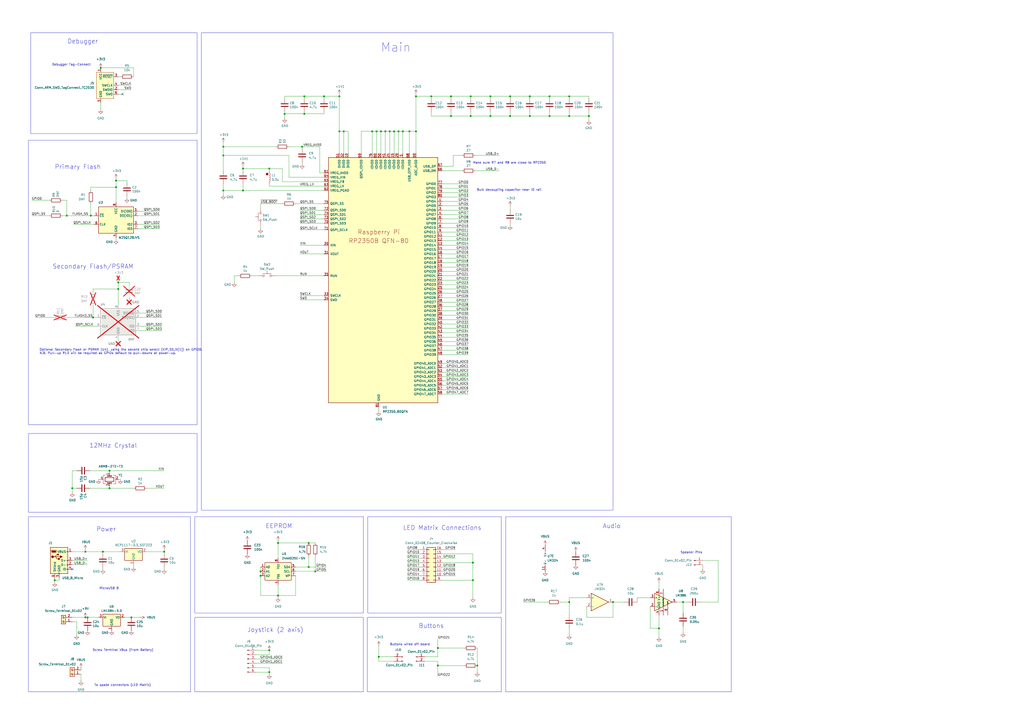
<source format=kicad_sch>
(kicad_sch (version 20250114) (generator "eeschema") (generator_version "9.0")
  (paper "A2")
  (title_block (title "RP2350B QFN80 Standalone Snake Game") (date "2024-01-03") (rev "REV2") (company "Raspberry Pi Ltd"))
  (rectangle (start 213.36 299.72) (end 290.83 355.6))
  (rectangle (start 293.37 299.72) (end 424.18 401.32))
  (rectangle (start 17.78 19.05) (end 114.3 77.47))
  (circle (center 154.94 100.965) (radius 0.635) (stroke (width 0) (color 132 0 0 1)) (fill (type color) (color 132 0 0 1)))
  (rectangle (start 113.03 299.72) (end 210.82 355.6))
  (rectangle (start 213.106 358.14) (end 290.83 401.32))
  (rectangle (start 16.51 81.28) (end 114.3 246.38))
  (rectangle (start 16.51 251.46) (end 114.3 297.18))
  (rectangle (start 116.84 19.05) (end 355.6 295.91))
  (rectangle (start 113.03 358.14) (end 210.82 401.32))
  (rectangle (start 16.51 299.72) (end 110.49 401.32))
  (text "Optional Secondary flash or PSRAM (U4), using the second chip select (XIP_SS_N[1]) on GPIO0.\nN.B. Pull-up R13 will be required as GPIOs default to pull-downs at power-up." (at 22.86 205.74 0) (effects (font (size 1.27 1.27)) (justify left bottom)))
  (text "12MHz Crystal" (at 51.816 260.096 0) (effects (font (size 2.54 2.54)) (justify left bottom)))
  (text "Buttons wired off board" (at 237.744 373.888 0) (effects (font (size 1.27 1.27))))
  (text "Audio" (at 354.838 305.308 0) (effects (font (size 2.54 2.54))))
  (text "To spade connectors (LED Matrix)" (at 71.12 397.51 0) (effects (font (size 1.27 1.27))))
  (text "LED Matrix Connections" (at 256.54 306.324 0) (effects (font (size 2.54 2.54))))
  (text "Buttons" (at 250.19 363.22 0) (effects (font (size 2.54 2.54))))
  (text "Speaker Pins" (at 401.066 320.548 0) (effects (font (size 1.27 1.27))))
  (text "Primary Flash" (at 31.75 98.425 0) (effects (font (size 2.54 2.54)) (justify left bottom)))
  (text "Bulk decoupling capacitor near IO rail" (at 295.402 110.236 0) (effects (font (size 1.27 1.27))))
  (text "Make sure R7 and R8 are close to RP2350\n" (at 274.32 95.25 0) (effects (font (size 1.27 1.27)) (justify left bottom)))
  (text "Screw Terminal VBus (From Battery)" (at 71.374 377.19 0) (effects (font (size 1.27 1.27))))
  (text "Main" (at 229.616 27.686 0) (effects (font (size 5.08 5.08))))
  (text "Secondary Flash/PSRAM" (at 30.48 156.21 0) (effects (font (size 2.54 2.54)) (justify left bottom)))
  (text "Joystick (2 axis)" (at 159.766 365.506 0) (effects (font (size 2.54 2.54))))
  (text "Debugger Tag-Connect" (at 41.402 37.592 0) (effects (font (size 1.27 1.27))))
  (text "Debugger" (at 48.006 24.13 0) (effects (font (size 2.54 2.54))))
  (text "MicroUSB B" (at 63.246 341.376 0) (effects (font (size 1.27 1.27))))
  (text "EEPROM" (at 161.798 305.308 0) (effects (font (size 2.54 2.54))))
  (text "Power" (at 55.88 308.61 0) (effects (font (size 2.54 2.54)) (justify left bottom)))
  (junction (at 140.97 110.49))
  (junction (at 330.2 349.25))
  (junction (at 161.29 345.44))
  (junction (at 318.77 55.88))
  (junction (at 129.54 110.49))
  (junction (at 241.3 76.2))
  (junction (at 215.9 76.2))
  (junction (at 341.63 67.31))
  (junction (at 179.07 314.96))
  (junction (at 151.13 334.01))
  (junction (at 196.85 76.2))
  (junction (at 176.53 66.04))
  (junction (at 241.3 55.88))
  (junction (at 218.44 76.2))
  (junction (at 49.53 320.04))
  (junction (at 49.53 358.14))
  (junction (at 31.75 336.55))
  (junction (at 41.91 283.21))
  (junction (at 68.58 163.83))
  (junction (at 273.05 67.31))
  (junction (at 284.48 67.31))
  (junction (at 151.13 331.47))
  (junction (at 179.07 328.93))
  (junction (at 231.14 76.2))
  (junction (at 176.53 55.88))
  (junction (at 228.6 76.2))
  (junction (at 250.19 55.88))
  (junction (at 330.2 67.31))
  (junction (at 129.54 85.09))
  (junction (at 254 375.92))
  (junction (at 382.27 364.49))
  (junction (at 307.34 67.31))
  (junction (at 226.06 76.2))
  (junction (at 261.62 55.88))
  (junction (at 67.31 104.775))
  (junction (at 220.98 76.2))
  (junction (at 284.48 55.88))
  (junction (at 175.26 85.09))
  (junction (at 196.85 55.88))
  (junction (at 67.31 108.585))
  (junction (at 233.68 76.2))
  (junction (at 274.32 336.55))
  (junction (at 274.32 326.39))
  (junction (at 318.77 67.31))
  (junction (at 53.975 184.15))
  (junction (at 76.2 358.14))
  (junction (at 330.2 55.88))
  (junction (at 254 386.08))
  (junction (at 182.88 331.47))
  (junction (at 63.5 273.05))
  (junction (at 59.69 320.04))
  (junction (at 187.96 55.88))
  (junction (at 161.29 314.96))
  (junction (at 396.24 349.25))
  (junction (at 156.21 377.19))
  (junction (at 156.21 389.89))
  (junction (at 261.62 67.31))
  (junction (at 63.5 283.21))
  (junction (at 50.8 358.14))
  (junction (at 219.71 381))
  (junction (at 276.86 386.08))
  (junction (at 295.91 55.88))
  (junction (at 68.58 167.64))
  (junction (at 58.42 39.37))
  (junction (at 156.21 97.79))
  (junction (at 295.91 67.31))
  (junction (at 199.39 76.2))
  (junction (at 307.34 55.88))
  (junction (at 52.705 125.095))
  (junction (at 237.49 76.2))
  (junction (at 355.6 349.25))
  (junction (at 140.97 97.79))
  (junction (at 38.735 125.095))
  (junction (at 95.25 320.04))
  (junction (at 273.05 55.88))
  (junction (at 223.52 76.2))
  (junction (at 165.1 66.04))
  (junction (at 129.54 90.17))
  (no_connect (at 71.12 54.61))
  (no_connect (at 41.91 330.2))
  (wire (pts (xy 246.38 383.54) (xy 254 383.54)))
  (wire (pts (xy 256.54 134.62) (xy 271.78 134.62)))
  (wire (pts (xy 129.54 106.68) (xy 129.54 110.49)))
  (wire (pts (xy 236.22 323.85) (xy 243.84 323.85)))
  (wire (pts (xy 406.4 349.25) (xy 416.56 349.25)))
  (wire (pts (xy 246.38 381) (xy 254 381)))
  (wire (pts (xy 256.54 127) (xy 271.78 127)))
  (wire (pts (xy 176.53 55.88) (xy 187.96 55.88)))
  (wire (pts (xy 129.54 90.17) (xy 167.64 90.17)))
  (wire (pts (xy 95.25 320.04) (xy 95.25 318.77)))
  (wire (pts (xy 254 392.43) (xy 254 386.08)))
  (wire (pts (xy 295.91 57.15) (xy 295.91 55.88)))
  (wire (pts (xy 295.91 64.77) (xy 295.91 67.31)))
  (wire (pts (xy 256.54 124.46) (xy 271.78 124.46)))
  (wire (pts (xy 129.54 110.49) (xy 129.54 113.03)))
  (wire (pts (xy 250.19 55.88) (xy 261.62 55.88)))
  (wire (pts (xy 228.6 76.2) (xy 231.14 76.2)))
  (wire (pts (xy 176.53 57.15) (xy 176.53 55.88)))
  (wire (pts (xy 187.96 133.35) (xy 173.99 133.35)))
  (wire (pts (xy 176.53 66.04) (xy 187.96 66.04)))
  (wire (pts (xy 36.195 125.095) (xy 38.735 125.095)))
  (wire (pts (xy 31.75 335.28) (xy 31.75 336.55)))
  (wire (pts (xy 74.93 163.83) (xy 68.58 163.83)))
  (wire (pts (xy 77.47 44.45) (xy 77.47 39.37)))
  (wire (pts (xy 165.1 64.77) (xy 165.1 66.04)))
  (wire (pts (xy 236.22 334.01) (xy 243.84 334.01)))
  (wire (pts (xy 256.54 336.55) (xy 274.32 336.55)))
  (wire (pts (xy 49.53 318.77) (xy 49.53 320.04)))
  (wire (pts (xy 256.54 96.52) (xy 262.89 96.52)))
  (wire (pts (xy 81.28 191.77) (xy 93.98 191.77)))
  (wire (pts (xy 256.54 228.6) (xy 271.78 228.6)))
  (wire (pts (xy 330.2 356.87) (xy 330.2 349.25)))
  (wire (pts (xy 256.54 321.31) (xy 274.32 321.31)))
  (wire (pts (xy 256.54 226.06) (xy 271.78 226.06)))
  (wire (pts (xy 274.32 336.55) (xy 274.32 346.71)))
  (wire (pts (xy 307.34 57.15) (xy 307.34 55.88)))
  (wire (pts (xy 187.96 171.45) (xy 173.99 171.45)))
  (wire (pts (xy 256.54 213.36) (xy 271.78 213.36)))
  (wire (pts (xy 182.88 331.47) (xy 189.23 331.47)))
  (wire (pts (xy 151.13 331.47) (xy 151.13 334.01)))
  (wire (pts (xy 52.07 283.21) (xy 63.5 283.21)))
  (wire (pts (xy 163.83 97.79) (xy 156.21 97.79)))
  (wire (pts (xy 284.48 57.15) (xy 284.48 55.88)))
  (wire (pts (xy 167.64 85.09) (xy 175.26 85.09)))
  (wire (pts (xy 129.54 85.09) (xy 160.02 85.09)))
  (wire (pts (xy 284.48 64.77) (xy 284.48 67.31)))
  (wire (pts (xy 175.26 85.09) (xy 185.42 85.09)))
  (wire (pts (xy 254 381) (xy 254 375.92)))
  (wire (pts (xy 330.2 346.71) (xy 330.2 349.25)))
  (wire (pts (xy 256.54 106.68) (xy 271.78 106.68)))
  (wire (pts (xy 236.22 321.31) (xy 243.84 321.31)))
  (wire (pts (xy 256.54 193.04) (xy 271.78 193.04)))
  (wire (pts (xy 148.59 377.19) (xy 156.21 377.19)))
  (wire (pts (xy 220.98 88.9) (xy 220.98 76.2)))
  (wire (pts (xy 68.58 44.45) (xy 69.85 44.45)))
  (wire (pts (xy 34.29 335.28) (xy 34.29 336.55)))
  (wire (pts (xy 256.54 180.34) (xy 271.78 180.34)))
  (wire (pts (xy 382.27 364.49) (xy 382.27 369.57)))
  (wire (pts (xy 241.3 76.2) (xy 241.3 88.9)))
  (wire (pts (xy 396.24 355.6) (xy 396.24 349.25)))
  (wire (pts (xy 151.13 118.11) (xy 151.13 120.65)))
  (wire (pts (xy 233.68 76.2) (xy 233.68 88.9)))
  (wire (pts (xy 52.705 118.11) (xy 52.705 125.095)))
  (wire (pts (xy 209.55 88.9) (xy 209.55 76.2)))
  (wire (pts (xy 256.54 334.01) (xy 264.16 334.01)))
  (wire (pts (xy 67.31 103.505) (xy 67.31 104.775)))
  (wire (pts (xy 18.415 116.205) (xy 28.575 116.205)))
  (wire (pts (xy 179.07 322.58) (xy 179.07 328.93)))
  (wire (pts (xy 318.77 55.88) (xy 330.2 55.88)))
  (wire (pts (xy 330.2 67.31) (xy 318.77 67.31)))
  (wire (pts (xy 41.91 358.14) (xy 49.53 358.14)))
  (wire (pts (xy 355.6 358.14) (xy 355.6 349.25)))
  (wire (pts (xy 223.52 76.2) (xy 226.06 76.2)))
  (wire (pts (xy 274.32 326.39) (xy 274.32 336.55)))
  (wire (pts (xy 41.91 327.66) (xy 50.8 327.66)))
  (wire (pts (xy 151.13 328.93) (xy 151.13 331.47)))
  (wire (pts (xy 256.54 154.94) (xy 271.78 154.94)))
  (wire (pts (xy 369.57 346.71) (xy 377.19 346.71)))
  (wire (pts (xy 295.91 67.31) (xy 284.48 67.31)))
  (wire (pts (xy 330.2 64.77) (xy 330.2 67.31)))
  (wire (pts (xy 355.6 349.25) (xy 361.95 349.25)))
  (wire (pts (xy 182.88 322.58) (xy 182.88 331.47)))
  (wire (pts (xy 196.85 55.88) (xy 196.85 76.2)))
  (wire (pts (xy 218.44 76.2) (xy 220.98 76.2)))
  (wire (pts (xy 167.64 90.17) (xy 167.64 102.87)))
  (wire (pts (xy 256.54 137.16) (xy 271.78 137.16)))
  (wire (pts (xy 171.45 345.44) (xy 161.29 345.44)))
  (wire (pts (xy 223.52 88.9) (xy 223.52 76.2)))
  (wire (pts (xy 52.705 108.585) (xy 67.31 108.585)))
  (wire (pts (xy 68.58 278.13) (xy 69.85 278.13)))
  (wire (pts (xy 68.58 167.64) (xy 68.58 176.53)))
  (wire (pts (xy 256.54 326.39) (xy 274.32 326.39)))
  (wire (pts (xy 220.98 76.2) (xy 223.52 76.2)))
  (wire (pts (xy 148.59 384.81) (xy 163.83 384.81)))
  (wire (pts (xy 59.69 321.31) (xy 59.69 320.04)))
  (wire (pts (xy 377.19 351.79) (xy 377.19 364.49)))
  (wire (pts (xy 256.54 175.26) (xy 271.78 175.26)))
  (wire (pts (xy 81.28 184.15) (xy 93.98 184.15)))
  (wire (pts (xy 138.43 160.02) (xy 135.89 160.02)))
  (wire (pts (xy 295.91 55.88) (xy 307.34 55.88)))
  (wire (pts (xy 392.43 349.25) (xy 396.24 349.25)))
  (wire (pts (xy 261.62 55.88) (xy 273.05 55.88)))
  (wire (pts (xy 52.705 110.49) (xy 52.705 108.585)))
  (wire (pts (xy 219.71 374.65) (xy 219.71 381)))
  (wire (pts (xy 129.54 110.49) (xy 140.97 110.49)))
  (wire (pts (xy 256.54 152.4) (xy 271.78 152.4)))
  (wire (pts (xy 156.21 107.95) (xy 187.96 107.95)))
  (wire (pts (xy 396.24 349.25) (xy 398.78 349.25)))
  (wire (pts (xy 261.62 64.77) (xy 261.62 67.31)))
  (wire (pts (xy 44.45 283.21) (xy 41.91 283.21)))
  (wire (pts (xy 256.54 129.54) (xy 271.78 129.54)))
  (wire (pts (xy 256.54 177.8) (xy 271.78 177.8)))
  (wire (pts (xy 161.29 314.96) (xy 161.29 323.85)))
  (wire (pts (xy 80.01 132.715) (xy 92.71 132.715)))
  (wire (pts (xy 140.97 96.52) (xy 140.97 97.79)))
  (wire (pts (xy 171.45 118.11) (xy 187.96 118.11)))
  (wire (pts (xy 165.1 57.15) (xy 165.1 55.88)))
  (wire (pts (xy 50.8 358.14) (xy 57.15 358.14)))
  (wire (pts (xy 219.71 381) (xy 219.71 383.54)))
  (wire (pts (xy 175.26 95.25) (xy 175.26 93.98)))
  (wire (pts (xy 156.21 107.95) (xy 156.21 106.68)))
  (wire (pts (xy 175.26 85.09) (xy 175.26 86.36)))
  (wire (pts (xy 76.2 49.53) (xy 68.58 49.53)))
  (wire (pts (xy 231.14 76.2) (xy 233.68 76.2)))
  (wire (pts (xy 236.22 336.55) (xy 243.84 336.55)))
  (wire (pts (xy 369.57 349.25) (xy 369.57 346.71)))
  (wire (pts (xy 256.54 187.96) (xy 271.78 187.96)))
  (wire (pts (xy 41.91 283.21) (xy 41.91 285.75)))
  (wire (pts (xy 67.31 137.795) (xy 67.31 139.065)))
  (wire (pts (xy 256.54 149.86) (xy 271.78 149.86)))
  (wire (pts (xy 396.24 363.22) (xy 396.24 367.03)))
  (wire (pts (xy 53.975 184.15) (xy 55.88 184.15)))
  (wire (pts (xy 275.59 99.06) (xy 289.56 99.06)))
  (wire (pts (xy 196.85 76.2) (xy 196.85 88.9)))
  (wire (pts (xy 163.83 105.41) (xy 163.83 97.79)))
  (wire (pts (xy 49.53 358.14) (xy 50.8 358.14)))
  (wire (pts (xy 256.54 198.12) (xy 271.78 198.12)))
  (wire (pts (xy 57.15 278.13) (xy 58.42 278.13)))
  (wire (pts (xy 416.56 325.12) (xy 407.67 325.12)))
  (wire (pts (xy 256.54 210.82) (xy 271.78 210.82)))
  (wire (pts (xy 303.53 349.25) (xy 317.5 349.25)))
  (wire (pts (xy 256.54 111.76) (xy 271.78 111.76)))
  (wire (pts (xy 151.13 345.44) (xy 161.29 345.44)))
  (wire (pts (xy 295.91 119.38) (xy 295.91 121.92)))
  (wire (pts (xy 256.54 170.18) (xy 271.78 170.18)))
  (wire (pts (xy 256.54 323.85) (xy 264.16 323.85)))
  (wire (pts (xy 254 370.84) (xy 254 375.92)))
  (wire (pts (xy 36.195 116.205) (xy 38.735 116.205)))
  (wire (pts (xy 256.54 119.38) (xy 271.78 119.38)))
  (wire (pts (xy 53.975 169.545) (xy 53.975 167.64)))
  (wire (pts (xy 49.53 320.04) (xy 59.69 320.04)))
  (wire (pts (xy 46.99 388.62) (xy 46.99 387.35)))
  (wire (pts (xy 67.31 108.585) (xy 67.31 117.475)))
  (wire (pts (xy 43.815 189.23) (xy 55.88 189.23)))
  (wire (pts (xy 165.1 66.04) (xy 165.1 68.58)))
  (wire (pts (xy 226.06 76.2) (xy 228.6 76.2)))
  (wire (pts (xy 256.54 121.92) (xy 271.78 121.92)))
  (wire (pts (xy 85.09 320.04) (xy 95.25 320.04)))
  (wire (pts (xy 340.36 358.14) (xy 355.6 358.14)))
  (wire (pts (xy 176.53 64.77) (xy 176.53 66.04)))
  (wire (pts (xy 330.2 55.88) (xy 341.63 55.88)))
  (wire (pts (xy 273.05 57.15) (xy 273.05 55.88)))
  (wire (pts (xy 67.31 104.775) (xy 67.31 108.585)))
  (wire (pts (xy 52.07 273.05) (xy 63.5 273.05)))
  (wire (pts (xy 179.07 328.93) (xy 189.23 328.93)))
  (wire (pts (xy 80.01 130.175) (xy 92.71 130.175)))
  (wire (pts (xy 173.99 142.24) (xy 187.96 142.24)))
  (wire (pts (xy 219.71 236.22) (xy 219.71 238.76)))
  (wire (pts (xy 382.27 337.82) (xy 382.27 341.63)))
  (wire (pts (xy 173.99 127) (xy 187.96 127)))
  (wire (pts (xy 41.91 273.05) (xy 41.91 283.21)))
  (wire (pts (xy 59.69 328.93) (xy 59.69 330.2)))
  (wire (pts (xy 46.99 391.16) (xy 46.99 394.97)))
  (wire (pts (xy 68.58 52.07) (xy 76.2 52.07)))
  (wire (pts (xy 201.93 76.2) (xy 201.93 88.9)))
  (wire (pts (xy 179.07 314.96) (xy 161.29 314.96)))
  (wire (pts (xy 215.9 88.9) (xy 215.9 76.2)))
  (wire (pts (xy 148.59 382.27) (xy 163.83 382.27)))
  (wire (pts (xy 165.1 55.88) (xy 176.53 55.88)))
  (wire (pts (xy 256.54 147.32) (xy 271.78 147.32)))
  (wire (pts (xy 42.545 130.175) (xy 54.61 130.175)))
  (wire (pts (xy 73.66 104.775) (xy 67.31 104.775)))
  (wire (pts (xy 256.54 185.42) (xy 271.78 185.42)))
  (wire (pts (xy 156.21 379.73) (xy 156.21 377.19)))
  (wire (pts (xy 341.63 57.15) (xy 341.63 55.88)))
  (wire (pts (xy 173.99 121.92) (xy 187.96 121.92)))
  (wire (pts (xy 330.2 364.49) (xy 330.2 368.3)))
  (wire (pts (xy 262.89 90.17) (xy 262.89 96.52)))
  (wire (pts (xy 76.2 358.14) (xy 81.28 358.14)))
  (wire (pts (xy 38.735 125.095) (xy 52.705 125.095)))
  (wire (pts (xy 68.58 196.85) (xy 68.58 198.12)))
  (wire (pts (xy 318.77 64.77) (xy 318.77 67.31)))
  (wire (pts (xy 241.3 54.61) (xy 241.3 55.88)))
  (wire (pts (xy 318.77 57.15) (xy 318.77 55.88)))
  (wire (pts (xy 173.99 124.46) (xy 187.96 124.46)))
  (wire (pts (xy 68.58 163.83) (xy 68.58 167.64)))
  (wire (pts (xy 173.99 129.54) (xy 187.96 129.54)))
  (wire (pts (xy 63.5 281.94) (xy 63.5 283.21)))
  (wire (pts (xy 330.2 57.15) (xy 330.2 55.88)))
  (wire (pts (xy 254 383.54) (xy 254 386.08)))
  (wire (pts (xy 68.58 54.61) (xy 71.12 54.61)))
  (wire (pts (xy 273.05 55.88) (xy 284.48 55.88)))
  (wire (pts (xy 146.05 160.02) (xy 149.86 160.02)))
  (wire (pts (xy 341.63 67.31) (xy 330.2 67.31)))
  (wire (pts (xy 73.66 106.045) (xy 73.66 104.775)))
  (wire (pts (xy 256.54 165.1) (xy 271.78 165.1)))
  (wire (pts (xy 187.96 55.88) (xy 196.85 55.88)))
  (wire (pts (xy 276.86 386.08) (xy 276.86 389.89)))
  (wire (pts (xy 307.34 55.88) (xy 318.77 55.88)))
  (wire (pts (xy 58.42 59.69) (xy 58.42 63.5)))
  (wire (pts (xy 140.97 110.49) (xy 187.96 110.49)))
  (wire (pts (xy 148.59 379.73) (xy 156.21 379.73)))
  (wire (pts (xy 382.27 356.87) (xy 382.27 364.49)))
  (wire (pts (xy 318.77 67.31) (xy 307.34 67.31)))
  (wire (pts (xy 254 375.92) (xy 269.24 375.92)))
  (wire (pts (xy 295.91 129.54) (xy 295.91 130.81)))
  (wire (pts (xy 179.07 314.96) (xy 182.88 314.96)))
  (wire (pts (xy 256.54 215.9) (xy 271.78 215.9)))
  (wire (pts (xy 377.19 364.49) (xy 382.27 364.49)))
  (wire (pts (xy 241.3 55.88) (xy 250.19 55.88)))
  (wire (pts (xy 236.22 328.93) (xy 243.84 328.93)))
  (wire (pts (xy 161.29 313.69) (xy 161.29 314.96)))
  (wire (pts (xy 140.97 106.68) (xy 140.97 110.49)))
  (wire (pts (xy 148.59 389.89) (xy 156.21 389.89)))
  (wire (pts (xy 340.36 346.71) (xy 330.2 346.71)))
  (wire (pts (xy 34.29 336.55) (xy 31.75 336.55)))
  (wire (pts (xy 185.42 85.09) (xy 185.42 100.33)))
  (wire (pts (xy 307.34 64.77) (xy 307.34 67.31)))
  (wire (pts (xy 53.975 177.165) (xy 53.975 184.15)))
  (wire (pts (xy 187.96 173.99) (xy 173.99 173.99)))
  (wire (pts (xy 262.89 90.17) (xy 267.97 90.17)))
  (wire (pts (xy 256.54 218.44) (xy 271.78 218.44)))
  (wire (pts (xy 256.54 157.48) (xy 271.78 157.48)))
  (wire (pts (xy 163.83 118.11) (xy 151.13 118.11)))
  (wire (pts (xy 20.32 184.15) (xy 31.115 184.15)))
  (wire (pts (xy 199.39 76.2) (xy 201.93 76.2)))
  (wire (pts (xy 63.5 283.21) (xy 77.47 283.21)))
  (wire (pts (xy 274.32 321.31) (xy 274.32 326.39)))
  (wire (pts (xy 68.58 162.56) (xy 68.58 163.83)))
  (wire (pts (xy 185.42 100.33) (xy 187.96 100.33)))
  (wire (pts (xy 218.44 88.9) (xy 218.44 76.2)))
  (wire (pts (xy 44.45 360.68) (xy 44.45 368.3)))
  (wire (pts (xy 151.13 130.81) (xy 151.13 132.715)))
  (wire (pts (xy 156.21 387.35) (xy 156.21 389.89)))
  (wire (pts (xy 273.05 64.77) (xy 273.05 67.31)))
  (wire (pts (xy 44.45 273.05) (xy 41.91 273.05)))
  (wire (pts (xy 256.54 205.74) (xy 271.78 205.74)))
  (wire (pts (xy 38.735 116.205) (xy 38.735 125.095)))
  (wire (pts (xy 171.45 334.01) (xy 171.45 345.44)))
  (wire (pts (xy 275.59 90.17) (xy 289.56 90.17)))
  (wire (pts (xy 219.71 383.54) (xy 228.6 383.54)))
  (wire (pts (xy 256.54 167.64) (xy 271.78 167.64)))
  (wire (pts (xy 231.14 88.9) (xy 231.14 76.2)))
  (wire (pts (xy 161.29 345.44) (xy 161.29 339.09)))
  (wire (pts (xy 196.85 54.61) (xy 196.85 55.88)))
  (wire (pts (xy 72.39 358.14) (xy 76.2 358.14)))
  (wire (pts (xy 129.54 85.09) (xy 129.54 90.17)))
  (wire (pts (xy 171.45 331.47) (xy 182.88 331.47)))
  (wire (pts (xy 256.54 162.56) (xy 271.78 162.56)))
  (wire (pts (xy 140.97 97.79) (xy 156.21 97.79)))
  (wire (pts (xy 237.49 88.9) (xy 237.49 76.2)))
  (wire (pts (xy 236.22 331.47) (xy 243.84 331.47)))
  (wire (pts (xy 236.22 318.77) (xy 243.84 318.77)))
  (wire (pts (xy 341.63 67.31) (xy 341.63 69.85)))
  (wire (pts (xy 237.49 76.2) (xy 241.3 76.2)))
  (wire (pts (xy 233.68 76.2) (xy 237.49 76.2)))
  (wire (pts (xy 256.54 190.5) (xy 271.78 190.5)))
  (wire (pts (xy 273.05 67.31) (xy 261.62 67.31)))
  (wire (pts (xy 284.48 67.31) (xy 273.05 67.31)))
  (wire (pts (xy 256.54 331.47) (xy 264.16 331.47)))
  (wire (pts (xy 276.86 375.92) (xy 276.86 386.08)))
  (wire (pts (xy 63.5 273.05) (xy 95.25 273.05)))
  (wire (pts (xy 256.54 132.08) (xy 271.78 132.08)))
  (wire (pts (xy 407.67 327.66) (xy 407.67 330.2)))
  (wire (pts (xy 129.54 82.55) (xy 129.54 85.09)))
  (wire (pts (xy 156.21 97.79) (xy 156.21 99.06)))
  (wire (pts (xy 215.9 76.2) (xy 218.44 76.2)))
  (wire (pts (xy 330.2 349.25) (xy 325.12 349.25)))
  (wire (pts (xy 256.54 200.66) (xy 271.78 200.66)))
  (wire (pts (xy 226.06 88.9) (xy 226.06 76.2)))
  (wire (pts (xy 77.47 39.37) (xy 58.42 39.37)))
  (wire (pts (xy 151.13 334.01) (xy 151.13 345.44)))
  (wire (pts (xy 256.54 203.2) (xy 271.78 203.2)))
  (wire (pts (xy 250.19 57.15) (xy 250.19 55.88)))
  (wire (pts (xy 77.47 327.66) (xy 77.47 328.93)))
  (wire (pts (xy 236.22 326.39) (xy 243.84 326.39)))
  (wire (pts (xy 256.54 182.88) (xy 271.78 182.88)))
  (wire (pts (xy 256.54 172.72) (xy 271.78 172.72)))
  (wire (pts (xy 41.91 325.12) (xy 50.8 325.12)))
  (wire (pts (xy 187.96 57.15) (xy 187.96 55.88)))
  (wire (pts (xy 256.54 114.3) (xy 271.78 114.3)))
  (wire (pts (xy 256.54 144.78) (xy 271.78 144.78)))
  (wire (pts (xy 256.54 160.02) (xy 271.78 160.02)))
  (wire (pts (xy 95.25 321.31) (xy 95.25 320.04)))
  (wire (pts (xy 307.34 67.31) (xy 295.91 67.31)))
  (wire (pts (xy 256.54 116.84) (xy 271.78 116.84)))
  (wire (pts (xy 165.1 66.04) (xy 176.53 66.04)))
  (wire (pts (xy 209.55 76.2) (xy 215.9 76.2)))
  (wire (pts (xy 148.59 387.35) (xy 156.21 387.35)))
  (wire (pts (xy 52.705 125.095) (xy 54.61 125.095)))
  (wire (pts (xy 256.54 195.58) (xy 271.78 195.58)))
  (wire (pts (xy 167.64 102.87) (xy 187.96 102.87)))
  (wire (pts (xy 41.91 320.04) (xy 49.53 320.04)))
  (wire (pts (xy 199.39 76.2) (xy 196.85 76.2)))
  (wire (pts (xy 69.85 320.04) (xy 59.69 320.04)))
  (wire (pts (xy 340.36 351.79) (xy 340.36 358.14)))
  (wire (pts (xy 228.6 76.2) (xy 228.6 88.9)))
  (wire (pts (xy 187.96 105.41) (xy 163.83 105.41)))
  (wire (pts (xy 74.93 165.1) (xy 74.93 163.83)))
  (wire (pts (xy 31.75 336.55) (xy 31.75 337.82)))
  (wire (pts (xy 219.71 381) (xy 228.6 381)))
  (wire (pts (xy 95.25 328.93) (xy 95.25 330.2)))
  (wire (pts (xy 261.62 57.15) (xy 261.62 55.88)))
  (wire (pts (xy 74.93 172.72) (xy 74.93 173.99)))
  (wire (pts (xy 81.28 189.23) (xy 93.98 189.23)))
  (wire (pts (xy 161.29 346.71) (xy 161.29 345.44)))
  (wire (pts (xy 256.54 99.06) (xy 267.97 99.06)))
  (wire (pts (xy 261.62 67.31) (xy 250.19 67.31)))
  (wire (pts (xy 171.45 328.93) (xy 179.07 328.93)))
  (wire (pts (xy 135.89 160.02) (xy 135.89 163.83)))
  (wire (pts (xy 250.19 64.77) (xy 250.19 67.31)))
  (wire (pts (xy 63.5 274.32) (xy 63.5 273.05)))
  (wire (pts (xy 241.3 55.88) (xy 241.3 76.2)))
  (wire (pts (xy 254 386.08) (xy 269.24 386.08)))
  (wire (pts (xy 140.97 99.06) (xy 140.97 97.79)))
  (wire (pts (xy 256.54 139.7) (xy 271.78 139.7)))
  (wire (pts (xy 256.54 109.22) (xy 271.78 109.22)))
  (wire (pts (xy 256.54 220.98) (xy 271.78 220.98)))
  (wire (pts (xy 264.16 318.77) (xy 256.54 318.77)))
  (wire (pts (xy 256.54 328.93) (xy 264.16 328.93)))
  (wire (pts (xy 53.975 167.64) (xy 68.58 167.64)))
  (wire (pts (xy 416.56 349.25) (xy 416.56 325.12)))
  (wire (pts (xy 85.09 283.21) (xy 95.25 283.21)))
  (wire (pts (xy 256.54 223.52) (xy 271.78 223.52)))
  (wire (pts (xy 80.01 122.555) (xy 92.71 122.555)))
  (wire (pts (xy 81.28 181.61) (xy 93.98 181.61)))
  (wire (pts (xy 284.48 55.88) (xy 295.91 55.88)))
  (wire (pts (xy 187.96 147.32) (xy 173.99 147.32)))
  (wire (pts (xy 18.415 125.095) (xy 28.575 125.095)))
  (wire (pts (xy 156.21 389.89) (xy 156.21 391.16)))
  (wire (pts (xy 80.01 125.095) (xy 92.71 125.095)))
  (wire (pts (xy 187.96 66.04) (xy 187.96 64.77)))
  (wire (pts (xy 129.54 90.17) (xy 129.54 99.06)))
  (wire (pts (xy 199.39 88.9) (xy 199.39 76.2)))
  (wire (pts (xy 160.02 160.02) (xy 187.96 160.02)))
  (wire (pts (xy 341.63 64.77) (xy 341.63 67.31)))
  (wire (pts (xy 41.91 360.68) (xy 44.45 360.68)))
  (wire (pts (xy 38.735 184.15) (xy 53.975 184.15)))
  (wire (pts (xy 73.66 113.665) (xy 73.66 114.935)))
  (wire (pts (xy 256.54 142.24) (xy 271.78 142.24)))
  (label "XIN" (at 173.99 142.24 0))
  (label "SWCLK" (at 76.2 49.53 180))
  (label "USB_D+" (at 289.56 90.17 180))
  (label "GPIO33" (at 271.78 190.5 180))
  (label "GPIO40_ADC0" (at 271.78 210.82 180))
  (label "GPIO32" (at 271.78 187.96 180))
  (label "GPIO45_ADC5" (at 271.78 223.52 180))
  (label "GPIO13" (at 236.22 326.39 0))
  (label "GPIO41_ADC1" (at 271.78 213.36 180))
  (label "XOUT" (at 173.99 147.32 0))
  (label "GPIO9" (at 264.16 318.77 180))
  (label "GPIO18" (at 271.78 152.4 180))
  (label "GPIO11" (at 236.22 323.85 0))
  (label "FLASH2_SS" (at 43.18 184.15 0))
  (label "~{USB_BOOT}" (at 151.13 118.11 0))
  (label "GPIO21" (at 254 370.84 0))
  (label "GPIO12" (at 271.78 137.16 180))
  (label "GPIO8" (at 271.78 127 180))
  (label "QSPI_SD2" (at 92.71 130.175 180))
  (label "GPIO14" (at 236.22 334.01 0))
  (label "GPIO3" (at 271.78 114.3 180))
  (label "GPIO0" (at 18.415 116.205 0))
  (label "GPIO25" (at 271.78 170.18 180))
  (label "GPIO10" (at 236.22 321.31 0))
  (label "GPIO13" (at 271.78 139.7 180))
  (label "GPIO36" (at 271.78 198.12 180))
  (label "GPIO2" (at 271.78 111.76 180))
  (label "XIN" (at 95.25 273.05 180))
  (label "GPIO38" (at 271.78 203.2 180))
  (label "GPIO18" (at 264.16 328.93 180))
  (label "RUN" (at 173.99 160.02 0))
  (label "GPIO16" (at 271.78 147.32 180))
  (label "SWD" (at 76.2 52.07 180))
  (label "QSPI_SD0" (at 173.99 121.92 0))
  (label "GPIO5" (at 271.78 119.38 180))
  (label "QSPI_SD0" (at 92.71 122.555 180))
  (label "GPIO43_ADC3" (at 271.78 218.44 180))
  (label "QSPI_SS" (at 173.99 118.11 0))
  (label "SWCLK" (at 173.99 171.45 0))
  (label "GPIO1" (at 271.78 109.22 180))
  (label "GPIO21" (at 271.78 160.02 180))
  (label "QSPI_SD2" (at 93.98 189.23 180))
  (label "GPIO35" (at 271.78 195.58 180))
  (label "GPIO37" (at 271.78 200.66 180))
  (label "GPIO20" (at 271.78 157.48 180))
  (label "GPIO7" (at 271.78 124.46 180))
  (label "QSPI_SD3" (at 92.71 132.715 180))
  (label "XOUT" (at 95.25 283.21 180))
  (label "GPIO41_ADC1" (at 163.83 384.81 180))
  (label "GPIO17" (at 271.78 149.86 180))
  (label "GPIO47_ADC7" (at 271.78 228.6 180))
  (label "GPIO39" (at 271.78 205.74 180))
  (label "QSPI_SS" (at 18.415 125.095 0))
  (label "GPIO29" (at 271.78 180.34 180))
  (label "QSPI_SD0" (at 93.98 181.61 180))
  (label "QSPI_SD2" (at 173.99 127 0))
  (label "FLASH_SS" (at 41.91 125.095 0))
  (label "USB_D+" (at 50.8 325.12 180))
  (label "VREG_LX" (at 173.99 107.95 0))
  (label "GPIO6" (at 271.78 121.92 180))
  (label "GPIO20" (at 264.16 331.47 180))
  (label "GPIO42_ADC2" (at 271.78 215.9 180))
  (label "GPIO31" (at 271.78 185.42 180))
  (label "USB_D-" (at 289.56 99.06 180))
  (label "GPIO10" (at 271.78 132.08 180))
  (label "QSPI_SCLK" (at 43.815 189.23 0))
  (label "GPIO28" (at 271.78 177.8 180))
  (label "GPIO0" (at 271.78 106.68 180))
  (label "QSPI_SD1" (at 93.98 184.15 180))
  (label "GPIO17" (at 236.22 328.93 0))
  (label "GPIO14" (at 271.78 142.24 180))
  (label "VREG_AVDD" (at 175.895 85.09 0))
  (label "GPIO23" (at 271.78 165.1 180))
  (label "GPIO16" (at 236.22 336.55 0))
  (label "GPIO8" (at 236.22 318.77 0))
  (label "USB_D-" (at 50.8 327.66 180))
  (label "GPIO40_ADC0" (at 163.83 382.27 180))
  (label "GPIO15" (at 271.78 144.78 180))
  (label "GPIO9" (at 271.78 129.54 180))
  (label "GPIO27" (at 271.78 175.26 180))
  (label "GPIO4" (at 189.23 328.93 180))
  (label "QSPI_SD1" (at 173.99 124.46 0))
  (label "GPIO44_ADC4" (at 271.78 220.98 180))
  (label "GPIO30" (at 271.78 182.88 180))
  (label "GPIO5" (at 189.23 331.47 180))
  (label "QSPI_SD3" (at 93.98 191.77 180))
  (label "QSPI_SCLK" (at 173.99 133.35 0))
  (label "QSPI_SCLK" (at 42.545 130.175 0))
  (label "GPIO34" (at 271.78 193.04 180))
  (label "GPIO12" (at 264.16 323.85 180))
  (label "GPIO22" (at 271.78 162.56 180))
  (label "GPIO46_ADC6" (at 271.78 226.06 180))
  (label "GPIO15" (at 264.16 334.01 180))
  (label "GPIO0" (at 20.32 184.15 0))
  (label "GPIO11" (at 271.78 134.62 180))
  (label "GPIO22" (at 254 392.43 0))
  (label "QSPI_SD1" (at 92.71 125.095 180))
  (label "GPIO36" (at 303.53 349.25 0))
  (label "SWD" (at 173.99 173.99 0))
  (label "GPIO24" (at 271.78 167.64 180))
  (label "GPIO19" (at 236.22 331.47 0))
  (label "GPIO4" (at 271.78 116.84 180))
  (label "QSPI_SD3" (at 173.99 129.54 0))
  (label "GPIO19" (at 271.78 154.94 180))
  (label "GPIO26" (at 271.78 172.72 180))
  (symbol (lib_id "Device:C") (at 48.26 273.05 270) (unit 1)
    (property "Reference" "C3" (at 49.4284 275.971 0) (effects (justify left)))
    (property "Value" "15p" (at 47.117 275.971 0) (effects (justify left)))
    (property "Footprint" "Capacitor_SMD:C_0402_1005Metric" (effects (hide yes)))
  )
  (symbol (lib_id "Device:C") (at 48.26 283.21 270) (unit 1)
    (property "Reference" "C4" (at 49.4284 286.131 0) (effects (justify left)))
    (property "Value" "15p" (at 47.117 286.131 0) (effects (justify left)))
    (property "Footprint" "Capacitor_SMD:C_0402_1005Metric" (effects (hide yes)))
  )
  (symbol (lib_id "power:GND") (at 41.91 285.75 0) (unit 1)
    (property "Reference" "#PWR08" (effects (hide yes)))
    (property "Value" "GND" (at 42.037 290.1442 0))
  )
  (symbol (lib_id "Memory_Flash:W25Q128JVS") (at 67.31 127.635 0) (unit 1)
    (property "Reference" "U3" (at 58.42 117.475 0))
    (property "Value" "W25Q128JVS" (at 74.93 137.795 0))
    (property "Footprint" "Package_SO:SOIC-8_5.23x5.23mm_P1.27mm" (effects (hide yes)))
    (property "Datasheet" "http://www.winbond.com/resource-files/w25q128jv_dtr%20revc%2003272018%20plus.pdf" (effects (hide yes)))
  )
  (symbol (lib_id "power:+3V3") (at 67.31 103.505 0) (unit 1)
    (property "Reference" "#PWR04" (effects (hide yes)))
    (property "Value" "+3V3" (at 67.691 99.1108 0))
  )
  (symbol (lib_id "power:GND") (at 67.31 139.065 0) (unit 1)
    (property "Reference" "#PWR05" (effects (hide yes)))
    (property "Value" "GND" (at 63.5 140.335 0))
  )
  (symbol (lib_id "Device:R") (at 52.705 114.3 0) (mirror y) (unit 1)
    (property "Reference" "R1" (at 49.53 113.03 0) (effects (justify left)))
    (property "Value" "DNF" (at 49.53 115.57 0) (effects (justify left)))
    (property "Footprint" "Resistor_SMD:R_0402_1005Metric" (effects (hide yes)))
  )
  (symbol (lib_id "Device:C") (at 73.66 109.855 0) (unit 1)
    (property "Reference" "C2" (at 76.581 108.6866 0) (effects (justify left)))
    (property "Value" "100n" (at 76.581 110.998 0) (effects (justify left)))
    (property "Footprint" "Capacitor_SMD:C_0402_1005Metric" (effects (hide yes)))
  )
  (symbol (lib_id "power:GND") (at 73.66 114.935 0) (unit 1)
    (property "Reference" "#PWR06" (effects (hide yes)))
    (property "Value" "GND" (at 77.47 116.205 0))
  )
  (symbol (lib_id "Connector:USB_B_Micro") (at 34.29 325.12 0) (unit 1)
    (property "Reference" "J1" (at 30.48 314.96 0) (effects (justify right)))
    (property "Value" "USB_B_Micro" (at 48.26 335.28 0) (effects (justify right)))
    (property "Footprint" "Connector_USB:USB_Micro-B_Amphenol_10103594-0001LF_Horizontal" (effects (hide yes)))
  )
  (symbol (lib_id "power:GND") (at 219.71 238.76 0) (unit 1)
    (property "Reference" "#PWR021" (effects (hide yes)))
    (property "Value" "GND" (at 219.837 243.1542 0))
  )
  (symbol (lib_id "Device:R") (at 271.78 90.17 270) (unit 1)
    (property "Reference" "R7" (at 271.78 84.9122 90))
    (property "Value" "27" (at 271.78 87.2236 90))
    (property "Footprint" "Resistor_SMD:R_0402_1005Metric" (effects (hide yes)))
  )
  (symbol (lib_id "Device:R") (at 271.78 99.06 270) (unit 1)
    (property "Reference" "R8" (at 271.78 93.8022 90))
    (property "Value" "27" (at 271.78 96.1136 90))
    (property "Footprint" "Resistor_SMD:R_0402_1005Metric" (effects (hide yes)))
  )
  (symbol (lib_id "power:GND") (at 31.75 337.82 0) (unit 1)
    (property "Reference" "#PWR01" (effects (hide yes)))
    (property "Value" "GND" (at 31.877 342.2142 0))
  )
  (symbol (lib_id "power:+3V3") (at 241.3 54.61 0) (unit 1)
    (property "Reference" "#PWR022" (effects (hide yes)))
    (property "Value" "+3V3" (at 241.681 50.2158 0))
  )
  (symbol (lib_id "Device:C") (at 273.05 60.96 0) (unit 1)
    (property "Reference" "C14" (at 275.971 59.7916 0) (effects (justify left)))
    (property "Value" "100n" (at 275.971 62.103 0) (effects (justify left)))
    (property "Footprint" "Capacitor_SMD:C_0402_1005Metric" (effects (hide yes)))
  )
  (symbol (lib_id "Device:C") (at 284.48 60.96 0) (unit 1)
    (property "Reference" "C15" (at 287.401 59.7916 0) (effects (justify left)))
    (property "Value" "100n" (at 287.401 62.103 0) (effects (justify left)))
    (property "Footprint" "Capacitor_SMD:C_0402_1005Metric" (effects (hide yes)))
  )
  (symbol (lib_id "Device:C") (at 295.91 60.96 0) (unit 1)
    (property "Reference" "C16" (at 298.831 59.7916 0) (effects (justify left)))
    (property "Value" "100n" (at 298.831 62.103 0) (effects (justify left)))
    (property "Footprint" "Capacitor_SMD:C_0402_1005Metric" (effects (hide yes)))
  )
  (symbol (lib_id "Device:C") (at 307.34 60.96 0) (unit 1)
    (property "Reference" "C17" (at 310.261 59.7916 0) (effects (justify left)))
    (property "Value" "100n" (at 310.261 62.103 0) (effects (justify left)))
    (property "Footprint" "Capacitor_SMD:C_0402_1005Metric" (effects (hide yes)))
  )
  (symbol (lib_id "Device:C") (at 318.77 60.96 0) (unit 1)
    (property "Reference" "C18" (at 321.691 59.7916 0) (effects (justify left)))
    (property "Value" "100n" (at 321.691 62.103 0) (effects (justify left)))
    (property "Footprint" "Capacitor_SMD:C_0402_1005Metric" (effects (hide yes)))
  )
  (symbol (lib_id "Device:C") (at 330.2 60.96 0) (unit 1)
    (property "Reference" "C20" (at 333.121 59.7916 0) (effects (justify left)))
    (property "Value" "100n" (at 333.121 62.103 0) (effects (justify left)))
    (property "Footprint" "Capacitor_SMD:C_0402_1005Metric" (effects (hide yes)))
  )
  (symbol (lib_id "Regulator_Linear:NCP1117-3.3_SOT223") (at 77.47 320.04 0) (unit 1)
    (property "Reference" "U2" (at 77.47 313.8932 0))
    (property "Value" "NCP1117-3.3_SOT223" (at 77.47 316.2046 0))
    (property "Footprint" "Package_TO_SOT_SMD:SOT-223-3_TabPin2" (effects (hide yes)))
    (property "Datasheet" "http://www.onsemi.com/pub_link/Collateral/NCP1117-D.PDF" (effects (hide yes)))
  )
  (symbol (lib_id "power:VBUS") (at 49.53 318.77 0) (unit 1)
    (property "Reference" "#PWR02" (effects (hide yes)))
    (property "Value" "VBUS" (at 49.911 314.3758 0))
  )
  (symbol (lib_id "power:GND") (at 77.47 328.93 0) (unit 1)
    (property "Reference" "#PWR07" (effects (hide yes)))
    (property "Value" "GND" (at 73.66 330.2 0))
  )
  (symbol (lib_id "power:+3V3") (at 95.25 318.77 0) (unit 1)
    (property "Reference" "#PWR010" (effects (hide yes)))
    (property "Value" "+3V3" (at 95.631 314.3758 0))
  )
  (symbol (lib_id "Device:C") (at 59.69 325.12 0) (unit 1)
    (property "Reference" "C1" (at 62.611 323.9516 0) (effects (justify left)))
    (property "Value" "10u" (at 62.611 326.263 0) (effects (justify left)))
    (property "Footprint" "Capacitor_SMD:C_0805_2012Metric" (effects (hide yes)))
  )
  (symbol (lib_id "Device:C") (at 95.25 325.12 0) (unit 1)
    (property "Reference" "C5" (at 98.171 323.9516 0) (effects (justify left)))
    (property "Value" "10u" (at 98.171 326.263 0) (effects (justify left)))
    (property "Footprint" "Capacitor_SMD:C_0805_2012Metric" (effects (hide yes)))
  )
  (symbol (lib_id "power:GND") (at 59.69 330.2 0) (unit 1)
    (property "Reference" "#PWR03" (effects (hide yes)))
    (property "Value" "GND" (at 55.88 331.47 0))
  )
  (symbol (lib_id "power:GND") (at 95.25 330.2 0) (unit 1)
    (property "Reference" "#PWR011" (effects (hide yes)))
    (property "Value" "GND" (at 91.44 331.47 0))
  )
  (symbol (lib_id "Device:R") (at 81.28 283.21 270) (unit 1)
    (property "Reference" "R2" (at 81.28 277.9522 90))
    (property "Value" "1k" (at 81.28 280.2636 90))
    (property "Footprint" "Resistor_SMD:R_0402_1005Metric" (effects (hide yes)))
  )
  (symbol (lib_id "Device:Crystal_GND24") (at 63.5 278.13 270) (unit 1)
    (property "Reference" "Y1" (at 68.58 275.59 90) (effects (justify left)))
    (property "Value" "ABM8-272-T3" (at 57.15 270.51 90) (effects (justify left)))
    (property "Footprint" "Crystal:Crystal_SMD_3225-4Pin_3.2x2.5mm" (effects (hide yes)))
  )
  (symbol (lib_id "power:+3V3") (at 295.91 119.38 0) (unit 1)
    (property "Reference" "#PWR023" (effects (hide yes)))
    (property "Value" "+3V3" (at 296.291 114.9858 0))
  )
  (symbol (lib_id "Device:C") (at 295.91 125.73 0) (unit 1)
    (property "Reference" "C19" (at 298.831 124.5616 0) (effects (justify left)))
    (property "Value" "10u" (at 298.831 126.873 0) (effects (justify left)))
    (property "Footprint" "Capacitor_SMD:C_0805_2012Metric" (effects (hide yes)))
  )
  (symbol (lib_id "power:GND") (at 295.91 130.81 0) (unit 1)
    (property "Reference" "#PWR024" (effects (hide yes)))
    (property "Value" "GND" (at 292.1 132.08 0))
  )
  (symbol (lib_id "power:+3V3") (at 68.58 162.56 0) (unit 1) (exclude_from_sim yes) (in_bom no) (on_board no) (dnp yes)
    (property "Reference" "#PWR029" (effects (hide yes)))
    (property "Value" "+3V3" (at 68.961 158.1658 0))
  )
  (symbol (lib_id "Device:C") (at 74.93 168.91 0) (unit 1) (exclude_from_sim yes) (in_bom no) (on_board no) (dnp yes)
    (property "Reference" "C22" (at 77.851 167.7416 0) (effects (justify left)))
    (property "Value" "DNF" (at 77.851 170.053 0) (effects (justify left)))
    (property "Footprint" "Capacitor_SMD:C_0402_1005Metric" (effects (hide yes)))
  )
  (symbol (lib_id "power:+9V") (at 49.53 358.14 0) (unit 1)
    (property "Reference" "#PWR060" (effects (hide yes)))
    (property "Value" "+9V" (at 49.53 353.06 0))
    (property "Description" "Power symbol creates a global label with name \"+9V\"" (effects (hide yes)))
  )
  (symbol (lib_id "Amplifier_Audio:LM386") (at 384.81 349.25 0) (unit 1)
    (property "Reference" "U8" (at 394.97 342.8298 0))
    (property "Value" "LM386" (at 394.97 345.3698 0))
    (property "Footprint" "Package_SO:SOIC-8_3.9x4.9mm_P1.27mm" (effects (hide yes)))
    (property "Datasheet" "http://www.ti.com/lit/ds/symlink/lm386.pdf" (effects (hide yes)))
    (property "Description" "Low Voltage Audio Power Amplifier, DIP-8/SOIC-8/SSOP-8" (effects (hide yes)))
  )
  (symbol (lib_id "power:GND") (at 151.13 132.715 0) (unit 1)
    (property "Reference" "#PWR017" (effects (hide yes)))
    (property "Value" "GND" (at 151.257 137.1092 0))
  )
  (symbol (lib_id "Device:C") (at 187.96 60.96 0) (unit 1)
    (property "Reference" "C11" (at 190.881 59.7916 0) (effects (justify left)))
    (property "Value" "100n" (at 190.881 62.103 0) (effects (justify left)))
    (property "Footprint" "Capacitor_SMD:C_0402_1005Metric" (effects (hide yes)))
  )
  (symbol (lib_name "VBUS_3") (lib_id "power:VBUS") (at 316.23 316.23 0) (unit 1)
    (property "Reference" "#PWR053" (effects (hide yes)))
    (property "Value" "VBUS" (at 316.23 311.15 0))
    (property "Description" "Power symbol creates a global label with name \"VBUS\"" (effects (hide yes)))
  )
  (symbol (lib_id "Device:R") (at 142.24 160.02 270) (unit 1)
    (property "Reference" "R4" (at 142.24 154.7622 90))
    (property "Value" "1k" (at 142.24 157.0736 90))
    (property "Footprint" "Resistor_SMD:R_0402_1005Metric" (effects (hide yes)))
  )
  (symbol (lib_name "GND_9") (lib_id "power:GND") (at 382.27 369.57 0) (unit 1)
    (property "Reference" "#PWR057" (effects (hide yes)))
    (property "Value" "GND" (at 382.27 374.65 0))
    (property "Description" "Power symbol creates a global label with name \"GND\" , ground" (effects (hide yes)))
  )
  (symbol (lib_id "Device:C") (at 261.62 60.96 0) (unit 1)
    (property "Reference" "C13" (at 264.541 59.7916 0) (effects (justify left)))
    (property "Value" "100n" (at 264.541 62.103 0) (effects (justify left)))
    (property "Footprint" "Capacitor_SMD:C_0402_1005Metric" (effects (hide yes)))
  )
  (symbol (lib_name "GND_8") (lib_id "power:GND") (at 143.51 321.31 0) (unit 1)
    (property "Reference" "#PWR047" (effects (hide yes)))
    (property "Value" "GND" (at 143.51 326.39 0))
    (property "Description" "Power symbol creates a global label with name \"GND\" , ground" (effects (hide yes)))
  )
  (symbol (lib_id "Device:C") (at 341.63 60.96 0) (unit 1)
    (property "Reference" "C21" (at 344.551 59.7916 0) (effects (justify left)))
    (property "Value" "100n" (at 344.551 62.103 0) (effects (justify left)))
    (property "Footprint" "Capacitor_SMD:C_0402_1005Metric" (effects (hide yes)))
  )
  (symbol (lib_id "power:+1V1") (at 140.97 96.52 0) (unit 1)
    (property "Reference" "#PWR014" (effects (hide yes)))
    (property "Value" "+1V1" (at 141.351 92.1258 0))
  )
  (symbol (lib_name "GND_6") (lib_id "power:GND") (at 156.21 391.16 0) (unit 1)
    (property "Reference" "#PWR045" (effects (hide yes)))
    (property "Value" "GND" (at 156.21 396.24 0))
    (property "Description" "Power symbol creates a global label with name \"GND\" , ground" (effects (hide yes)))
  )
  (symbol (lib_name "VBUS_1") (lib_id "power:VBUS") (at 81.28 358.14 270) (unit 1)
    (property "Reference" "#PWR039" (effects (hide yes)))
    (property "Value" "VBUS" (at 85.09 358.14 90) (effects (justify left)))
    (property "Description" "Power symbol creates a global label with name \"VBUS\"" (effects (hide yes)))
  )
  (symbol (lib_name "GND_9") (lib_id "power:GND") (at 330.2 368.3 0) (unit 1)
    (property "Reference" "#PWR051" (effects (hide yes)))
    (property "Value" "GND" (at 330.2 373.38 0))
    (property "Description" "Power symbol creates a global label with name \"GND\" , ground" (effects (hide yes)))
  )
  (symbol (lib_id "Switch:SW_Push") (at 154.94 160.02 0) (unit 1)
    (property "Reference" "SW2" (at 154.94 153.3992 0))
    (property "Value" "SW_Push" (at 154.94 155.9361 0))
    (property "Footprint" "Button_Switch_SMD:SW_Push_1P1T_NO_Vertical_Wuerth_434133025816" (effects (hide yes)))
  )
  (symbol (lib_id "power:GND") (at 57.15 278.13 0) (unit 1)
    (property "Reference" "#PWR09" (effects (hide yes)))
    (property "Value" "GND" (at 53.34 279.4 0))
  )
  (symbol (lib_name "VBUS_2") (lib_id "power:VBUS") (at 46.99 387.35 0) (unit 1)
    (property "Reference" "#PWR040" (effects (hide yes)))
    (property "Value" "VBUS" (at 46.99 382.778 0))
    (property "Description" "Power symbol creates a global label with name \"VBUS\"" (effects (hide yes)))
  )
  (symbol (lib_name "GND_9") (lib_id "power:GND") (at 396.24 367.03 0) (unit 1)
    (property "Reference" "#PWR058" (effects (hide yes)))
    (property "Value" "GND" (at 396.24 372.11 0))
    (property "Description" "Power symbol creates a global label with name \"GND\" , ground" (effects (hide yes)))
  )
  (symbol (lib_id "Memory_EEPROM:24AA025E-SN") (at 161.29 331.47 0) (unit 1)
    (property "Reference" "U5" (at 163.4333 321.31 0) (effects (justify left)))
    (property "Value" "24AA025E-SN" (at 163.4333 323.85 0) (effects (justify left)))
    (property "Footprint" "Package_SO:SOIC-8_3.9x4.9mm_P1.27mm" (effects (hide yes)))
    (property "Datasheet" "https://ww1.microchip.com/downloads/aemDocuments/documents/MPD/ProductDocuments/DataSheets/2-Kbit-I2C-Serial-EEPROMs-+EUI-48-or-EUI-64-Node-20002124.pdf" (effects (hide yes)))
    (property "Description" "I2C Serial EEPROM with EUI-48 or EUI-64, 2Kb, SOIC-8" (effects (hide yes)))
  )
  (symbol (lib_id "Device:R") (at 32.385 116.205 90) (unit 1)
    (property "Reference" "R9" (at 31.2166 114.427 0) (effects (justify left)))
    (property "Value" "DNF" (at 33.528 114.427 0) (effects (justify left)))
    (property "Footprint" "Resistor_SMD:R_0402_1005Metric" (effects (hide yes)))
  )
  (symbol (lib_name "GND_9") (lib_id "power:GND") (at 407.67 330.2 0) (unit 1)
    (property "Reference" "#PWR056" (effects (hide yes)))
    (property "Value" "GND" (at 407.67 335.28 0))
    (property "Description" "Power symbol creates a global label with name \"GND\" , ground" (effects (hide yes)))
  )
  (symbol (lib_id "Device:C") (at 330.2 360.68 0) (unit 1)
    (property "Reference" "C26" (at 334.01 359.4099 0) (effects (justify left)))
    (property "Value" "0.1u" (at 334.01 361.9499 0) (effects (justify left)))
    (property "Footprint" "Capacitor_SMD:C_0402_1005Metric" (effects (hide yes)))
    (property "Description" "Unpolarized capacitor" (effects (hide yes)))
  )
  (symbol (lib_id "power:GND") (at 74.93 173.99 0) (unit 1) (exclude_from_sim yes) (in_bom no) (on_board no) (dnp yes)
    (property "Reference" "#PWR031" (effects (hide yes)))
    (property "Value" "GND" (at 78.74 175.26 0))
  )
  (symbol (lib_id "Device:R") (at 34.925 184.15 90) (unit 1) (exclude_from_sim yes) (in_bom no) (on_board no) (dnp yes)
    (property "Reference" "R11" (at 33.7566 182.372 0) (effects (justify left)))
    (property "Value" "DNF" (at 36.068 182.372 0) (effects (justify left)))
    (property "Footprint" "Resistor_SMD:R_0402_1005Metric" (effects (hide yes)))
  )
  (symbol (lib_id "Device:C") (at 175.26 90.17 0) (unit 1)
    (property "Reference" "C9" (at 179.07 88.9 0) (effects (justify left)))
    (property "Value" "4.7u" (at 179.07 91.44 0) (effects (justify left)))
    (property "Footprint" "Capacitor_SMD:C_0402_1005Metric" (effects (hide yes)))
  )
  (symbol (lib_name "GND_5") (lib_id "power:GND") (at 46.99 394.97 0) (unit 1)
    (property "Reference" "#PWR041" (effects (hide yes)))
    (property "Value" "GND" (at 46.99 400.05 0))
    (property "Description" "Power symbol creates a global label with name \"GND\" , ground" (effects (hide yes)))
  )
  (symbol (lib_id "Device:L") (at 156.21 102.87 0) (unit 1)
    (property "Reference" "L1" (at 157.48 101.6 0) (effects (justify left)))
    (property "Value" "3.3u" (at 157.48 104.14 0) (effects (justify left)))
    (property "Footprint" "RP2350_80QFN_minimal:L_pol_2016" (effects (hide yes)))
  )
  (symbol (lib_id "Connector:Conn_ARM_SWD_TagConnect_TC2030") (at 60.96 49.53 0) (unit 1) (in_bom no)
    (property "Reference" "J5" (at 54.61 48.2599 0) (effects (justify right)))
    (property "Value" "Conn_ARM_SWD_TagConnect_TC2030" (at 54.61 50.7999 0) (effects (justify right)))
    (property "Footprint" "Connector:Tag-Connect_TC2030-IDC-NL_2x03_P1.27mm_Vertical" (effects (hide yes)))
    (property "Datasheet" "https://www.tag-connect.com/wp-content/uploads/bsk-pdf-manager/TC2030-CTX_1.pdf" (effects (hide yes)))
    (property "Description" "Tag-Connect ARM Cortex SWD JTAG connector, 6 pin" (effects (hide yes)))
  )
  (symbol (lib_id "Device:C") (at 50.8 361.95 0) (unit 1)
    (property "Reference" "C24" (at 53.721 360.7816 0) (effects (justify left)))
    (property "Value" "10u" (at 53.721 363.093 0) (effects (justify left)))
    (property "Footprint" "Capacitor_SMD:C_0805_2012Metric" (effects (hide yes)))
  )
  (symbol (lib_id "Device:C") (at 365.76 349.25 270) (unit 1)
    (property "Reference" "C28" (at 365.76 341.63 90))
    (property "Value" "10u" (at 365.76 344.17 90))
    (property "Footprint" "Capacitor_SMD:C_0805_2012Metric" (effects (hide yes)))
    (property "Description" "Unpolarized capacitor" (effects (hide yes)))
  )
  (symbol (lib_id "power:GND") (at 68.58 198.12 0) (unit 1) (exclude_from_sim yes) (in_bom no) (on_board no) (dnp yes)
    (property "Reference" "#PWR030" (effects (hide yes)))
    (property "Value" "GND" (at 64.77 199.39 0))
  )
  (symbol (lib_id "power:GND") (at 165.1 68.58 0) (unit 1)
    (property "Reference" "#PWR018" (effects (hide yes)))
    (property "Value" "GND" (at 165.227 72.9742 0))
  )
  (symbol (lib_id "Device:C") (at 402.59 349.25 270) (unit 1)
    (property "Reference" "C29" (at 402.59 341.63 90))
    (property "Value" "250u" (at 402.59 344.17 90))
    (property "Footprint" "Capacitor_THT:C_Radial_D6.3mm_H5.0mm_P2.50mm" (effects (hide yes)))
    (property "Description" "Unpolarized capacitor" (effects (hide yes)))
  )
  (symbol (lib_id "Connector:Conn_01x02_Pin") (at 233.68 383.54 180) (unit 1)
    (property "Reference" "J10" (at 229.108 376.936 0) (effects (justify right)))
    (property "Value" "Conn_01x02_Pin" (at 223.774 385.826 0) (effects (justify right)))
    (property "Footprint" "Connector_PinHeader_2.54mm:PinHeader_1x02_P2.54mm_Vertical" (effects (hide yes)))
    (property "Description" "Generic connector, single row, 01x02, script generated" (effects (hide yes)))
  )
  (symbol (lib_name "GND_7") (lib_id "power:GND") (at 276.86 389.89 0) (unit 1)
    (property "Reference" "#PWR042" (effects (hide yes)))
    (property "Value" "GND" (at 276.86 394.97 0))
    (property "Description" "Power symbol creates a global label with name \"GND\" , ground" (effects (hide yes)))
  )
  (symbol (lib_id "Connector:Conn_01x02_Pin") (at 402.59 325.12 0) (unit 1)
    (property "Reference" "J12" (at 401.32 327.6601 0) (effects (justify right)))
    (property "Value" "Conn_01x02_Pin" (at 401.32 325.1201 0) (effects (justify right)))
    (property "Footprint" "Connector_PinHeader_2.54mm:PinHeader_1x02_P2.54mm_Vertical" (effects (hide yes)))
    (property "Description" "Generic connector, single row, 01x02, script generated" (effects (hide yes)))
  )
  (symbol (lib_id "Connector:Screw_Terminal_01x02") (at 41.91 391.16 180) (unit 1)
    (property "Reference" "J8" (at 41.91 382.27 0))
    (property "Value" "Screw_Terminal_01x02" (at 33.274 385.318 0))
    (property "Footprint" "TerminalBlock_Phoenix:TerminalBlock_Phoenix_MPT-0,5-2-2.54_1x02_P2.54mm_Horizontal" (effects (hide yes)))
    (property "Description" "Generic screw terminal, single row, 01x02, script generated (kicad-library-utils/schlib/autogen/connector/)" (effects (hide yes)))
  )
  (symbol (lib_id "power:GND") (at 50.8 365.76 0) (unit 1)
    (property "Reference" "#PWR048" (effects (hide yes)))
    (property "Value" "GND" (at 46.99 367.03 0))
  )
  (symbol (lib_id "power:+3.3V") (at 143.51 313.69 0) (unit 1)
    (property "Reference" "#PWR046" (effects (hide yes)))
    (property "Value" "+3V3" (at 143.51 308.61 0))
    (property "Description" "Power symbol creates a global label with name \"+3.3V\"" (effects (hide yes)))
  )
  (symbol (lib_id "Device:R") (at 179.07 318.77 0) (unit 1)
    (property "Reference" "R16" (at 173.228 317.246 0) (effects (justify left)))
    (property "Value" "4.7k" (at 173.228 320.04 0) (effects (justify left)))
    (property "Footprint" "Resistor_SMD:R_0402_1005Metric" (effects (hide yes)))
    (property "Description" "Resistor" (effects (hide yes)))
  )
  (symbol (lib_id "Amplifier_Operational:LM324") (at 347.98 349.25 0) (unit 1)
    (property "Reference" "U7" (at 347.98 339.09 0))
    (property "Value" "LM324" (at 347.98 341.63 0))
    (property "Footprint" "Package_SO:SSOP-14_5.3x6.2mm_P0.65mm" (effects (hide yes)))
    (property "Datasheet" "http://www.ti.com/lit/ds/symlink/lm2902-n.pdf" (effects (hide yes)))
    (property "Description" "Low-Power, Quad-Operational Amplifiers, DIP-14/SOIC-14/SSOP-14" (effects (hide yes)))
  )
  (symbol (lib_id "power:GND") (at 129.54 113.03 0) (mirror y) (unit 1)
    (property "Reference" "#PWR019" (effects (hide yes)))
    (property "Value" "GND" (at 133.35 114.3 0))
  )
  (symbol (lib_id "Device:R") (at 32.385 125.095 90) (unit 1)
    (property "Reference" "R10" (at 31.2166 123.317 0) (effects (justify left)))
    (property "Value" "0" (at 33.528 123.317 0) (effects (justify left)))
    (property "Footprint" "Resistor_SMD:R_0402_1005Metric" (effects (hide yes)))
  )
  (symbol (lib_name "VBUS_3") (lib_id "power:VBUS") (at 382.27 337.82 0) (unit 1)
    (property "Reference" "#PWR055" (effects (hide yes)))
    (property "Value" "VBUS" (at 382.27 332.74 0))
    (property "Description" "Power symbol creates a global label with name \"VBUS\"" (effects (hide yes)))
  )
  (symbol (lib_id "Memory_Flash:W25Q128JVS") (at 68.58 186.69 0) (unit 1) (exclude_from_sim yes) (in_bom no) (on_board no) (dnp yes)
    (property "Reference" "U4" (at 59.69 176.53 0))
    (property "Value" "DNF" (at 76.2 196.85 0))
    (property "Footprint" "Package_SO:SOIC-8_5.3x5.3mm_P1.27mm" (effects (hide yes)))
    (property "Datasheet" "http://www.winbond.com/resource-files/w25q128jv_dtr%20revc%2003272018%20plus.pdf" (effects (hide yes)))
  )
  (symbol (lib_name "GND_3") (lib_id "power:GND") (at 161.29 346.71 0) (unit 1)
    (property "Reference" "#PWR036" (effects (hide yes)))
    (property "Value" "GND" (at 161.29 351.79 0))
    (property "Description" "Power symbol creates a global label with name \"GND\" , ground" (effects (hide yes)))
  )
  (symbol (lib_id "power:+1V1") (at 196.85 54.61 0) (unit 1)
    (property "Reference" "#PWR020" (effects (hide yes)))
    (property "Value" "+1V1" (at 197.231 50.2158 0))
  )
  (symbol (lib_id "Device:C") (at 76.2 361.95 0) (unit 1)
    (property "Reference" "C25" (at 79.121 360.7816 0) (effects (justify left)))
    (property "Value" "10u" (at 79.121 363.093 0) (effects (justify left)))
    (property "Footprint" "Capacitor_SMD:C_0805_2012Metric" (effects (hide yes)))
  )
  (symbol (lib_id "Device:C") (at 140.97 102.87 0) (unit 1)
    (property "Reference" "C7" (at 144.78 101.6 0) (effects (justify left)))
    (property "Value" "4.7u" (at 144.78 104.14 0) (effects (justify left)))
    (property "Footprint" "RP2350_80QFN_minimal:C_0402_1005Metric_small_pads" (effects (hide yes)))
  )
  (symbol (lib_id "power:+3.3V") (at 219.71 374.65 0) (unit 1)
    (property "Reference" "#PWR043" (effects (hide yes)))
    (property "Value" "+3V3" (at 219.71 369.57 0))
    (property "Description" "Power symbol creates a global label with name \"+3.3V\"" (effects (hide yes)))
  )
  (symbol (lib_id "Device:R") (at 167.64 118.11 270) (unit 1)
    (property "Reference" "R6" (at 167.64 112.8522 90))
    (property "Value" "1k" (at 167.64 115.1636 90))
    (property "Footprint" "Resistor_SMD:R_0402_1005Metric" (effects (hide yes)))
  )
  (symbol (lib_id "Connector:Screw_Terminal_01x02") (at 36.83 360.68 180) (unit 1)
    (property "Reference" "J7" (at 36.83 351.79 0))
    (property "Value" "Screw_Terminal_01x02" (at 36.83 354.33 0))
    (property "Footprint" "TerminalBlock_Phoenix:TerminalBlock_Phoenix_MPT-0,5-2-2.54_1x02_P2.54mm_Horizontal" (effects (hide yes)))
    (property "Description" "Generic screw terminal, single row, 01x02, script generated (kicad-library-utils/schlib/autogen/connector/)" (effects (hide yes)))
  )
  (symbol (lib_name "GND_4") (lib_id "power:GND") (at 274.32 346.71 0) (unit 1)
    (property "Reference" "#PWR035" (effects (hide yes)))
    (property "Value" "GND" (at 274.32 351.79 0))
    (property "Description" "Power symbol creates a global label with name \"GND\" , ground" (effects (hide yes)))
  )
  (symbol (lib_name "VBUS_3") (lib_id "power:VBUS") (at 334.01 320.04 0) (unit 1)
    (property "Reference" "#PWR059" (effects (hide yes)))
    (property "Value" "VBUS" (at 334.01 314.96 0))
    (property "Description" "Power symbol creates a global label with name \"VBUS\"" (effects (hide yes)))
  )
  (symbol (lib_id "power:GND") (at 76.2 365.76 0) (unit 1)
    (property "Reference" "#PWR049" (effects (hide yes)))
    (property "Value" "GND" (at 72.39 367.03 0))
  )
  (symbol (lib_id "Device:C") (at 165.1 60.96 0) (unit 1)
    (property "Reference" "C8" (at 168.021 59.7916 0) (effects (justify left)))
    (property "Value" "100n" (at 168.021 62.103 0) (effects (justify left)))
    (property "Footprint" "Capacitor_SMD:C_0402_1005Metric" (effects (hide yes)))
  )
  (symbol (lib_id "Device:C") (at 396.24 359.41 0) (unit 1)
    (property "Reference" "C30" (at 400.05 358.1399 0) (effects (justify left)))
    (property "Value" "0.05u" (at 400.05 360.6799 0) (effects (justify left)))
    (property "Footprint" "Capacitor_SMD:C_0402_1005Metric" (effects (hide yes)))
    (property "Description" "Unpolarized capacitor" (effects (hide yes)))
  )
  (symbol (lib_id "Amplifier_Operational:LM324") (at 318.77 323.85 0) (unit 5)
    (property "Reference" "U7" (at 317.5 322.5799 0) (effects (justify left)))
    (property "Value" "LM324" (at 317.5 325.1199 0) (effects (justify left)))
    (property "Footprint" "Package_SO:SSOP-14_5.3x6.2mm_P0.65mm" (effects (hide yes)))
    (property "Datasheet" "http://www.ti.com/lit/ds/symlink/lm2902-n.pdf" (effects (hide yes)))
    (property "Description" "Low-Power, Quad-Operational Amplifiers, DIP-14/SOIC-14/SSOP-14" (effects (hide yes)))
  )
  (symbol (lib_id "Connector_Generic:Conn_02x08_Counter_Clockwise") (at 248.92 326.39 0) (unit 1)
    (property "Reference" "J4" (at 250.19 312.42 0))
    (property "Value" "Conn_02x08_Counter_Clockwise" (at 250.19 314.96 0))
    (property "Footprint" "Connector_PinHeader_2.54mm:PinHeader_2x08_P2.54mm_Horizontal" (effects (hide yes)))
    (property "Description" "Generic connector, double row, 02x08, counter clockwise pin numbering scheme (similar to DIP package numbering), script generated (kicad-library-utils/schlib/autogen/connector/)" (effects (hide yes)))
  )
  (symbol (lib_id "Connector:Conn_01x06_Pin") (at 143.51 382.27 0) (unit 1)
    (property "Reference" "J9" (at 144.145 372.11 0))
    (property "Value" "Conn_01x06_Pin" (at 144.145 374.65 0))
    (property "Footprint" "Connector_PinHeader_2.54mm:PinHeader_1x06_P2.54mm_Horizontal" (effects (hide yes)))
    (property "Description" "Generic connector, single row, 01x06, script generated" (effects (hide yes)))
  )
  (symbol (lib_id "Device:R") (at 163.83 85.09 90) (unit 1)
    (property "Reference" "R3" (at 162.6616 83.312 0) (effects (justify left)))
    (property "Value" "33" (at 164.973 83.312 0) (effects (justify left)))
    (property "Footprint" "Resistor_SMD:R_0402_1005Metric" (effects (hide yes)))
  )
  (symbol (lib_id "Device:C") (at 143.51 317.5 0) (unit 1)
    (property "Reference" "C23" (at 147.32 316.2299 0) (effects (justify left)))
    (property "Value" "100n" (at 147.32 318.7699 0) (effects (justify left)))
    (property "Footprint" "Capacitor_SMD:C_0402_1005Metric" (effects (hide yes)))
    (property "Description" "Unpolarized capacitor" (effects (hide yes)))
  )
  (symbol (lib_name "GND_2") (lib_id "power:GND") (at 44.45 368.3 0) (unit 1)
    (property "Reference" "#PWR038" (effects (hide yes)))
    (property "Value" "GND" (at 44.45 373.38 0))
    (property "Description" "Power symbol creates a global label with name \"GND\" , ground" (effects (hide yes)))
  )
  (symbol (lib_id "Device:R") (at 321.31 349.25 270) (unit 1)
    (property "Reference" "R17" (at 321.31 342.9 90))
    (property "Value" "1k" (at 321.31 345.44 90))
    (property "Footprint" "Resistor_SMD:R_0402_1005Metric" (effects (hide yes)))
    (property "Description" "Resistor" (effects (hide yes)))
  )
  (symbol (lib_id "power:+3.3V") (at 156.21 377.19 0) (unit 1)
    (property "Reference" "#PWR044" (effects (hide yes)))
    (property "Value" "+3V3" (at 156.21 372.11 0))
    (property "Description" "Power symbol creates a global label with name \"+3.3V\"" (effects (hide yes)))
  )
  (symbol (lib_id "Device:C") (at 176.53 60.96 0) (unit 1)
    (property "Reference" "C10" (at 179.451 59.7916 0) (effects (justify left)))
    (property "Value" "4.7u" (at 179.451 62.103 0) (effects (justify left)))
    (property "Footprint" "Capacitor_SMD:C_0402_1005Metric" (effects (hide yes)))
  )
  (symbol (lib_id "Device:C") (at 250.19 60.96 0) (unit 1)
    (property "Reference" "C12" (at 252.476 59.7916 0) (effects (justify left)))
    (property "Value" "100n" (at 252.476 62.103 0) (effects (justify left)))
    (property "Footprint" "Capacitor_SMD:C_0402_1005Metric" (effects (hide yes)))
  )
  (symbol (lib_id "Device:R") (at 273.05 386.08 90) (unit 1)
    (property "Reference" "R12" (at 273.05 379.73 90))
    (property "Value" "4.7k" (at 273.05 382.27 90))
    (property "Footprint" "Resistor_SMD:R_0402_1005Metric" (effects (hide yes)))
    (property "Description" "Resistor" (effects (hide yes)))
  )
  (symbol (lib_name "GND_1") (lib_id "power:GND") (at 58.42 63.5 0) (unit 1)
    (property "Reference" "#PWR032" (effects (hide yes)))
    (property "Value" "GND" (at 58.42 68.58 0))
    (property "Description" "Power symbol creates a global label with name \"GND\" , ground" (effects (hide yes)))
  )
  (symbol (lib_id "Device:C") (at 334.01 323.85 0) (unit 1)
    (property "Reference" "C27" (at 337.82 322.5799 0) (effects (justify left)))
    (property "Value" "100n" (at 337.82 325.1199 0) (effects (justify left)))
    (property "Footprint" "Capacitor_SMD:C_0402_1005Metric" (effects (hide yes)))
    (property "Description" "Unpolarized capacitor" (effects (hide yes)))
  )
  (symbol (lib_id "Switch:SW_Push") (at 151.13 125.73 90) (unit 1)
    (property "Reference" "SW1" (at 152.273 124.8953 90) (effects (justify right)))
    (property "Value" "SW_Push" (at 152.273 127.4322 90) (effects (justify right)))
    (property "Footprint" "Button_Switch_SMD:SW_Push_1P1T_NO_Vertical_Wuerth_434133025816" (effects (hide yes)))
  )
  (symbol (lib_name "GND_9") (lib_id "power:GND") (at 316.23 331.47 0) (unit 1)
    (property "Reference" "#PWR054" (effects (hide yes)))
    (property "Value" "GND" (at 316.23 336.55 0))
    (property "Description" "Power symbol creates a global label with name \"GND\" , ground" (effects (hide yes)))
  )
  (symbol (lib_id "Connector:Conn_01x02_Pin") (at 241.3 381 0) (unit 1)
    (property "Reference" "J11" (at 244.602 385.826 0))
    (property "Value" "Conn_01x02_Pin" (at 244.348 377.952 0))
    (property "Footprint" "Connector_PinHeader_2.54mm:PinHeader_1x02_P2.54mm_Vertical" (effects (hide yes)))
    (property "Description" "Generic connector, single row, 01x02, script generated" (effects (hide yes)))
  )
  (symbol (lib_id "Device:R") (at 182.88 318.77 0) (unit 1)
    (property "Reference" "R15" (at 185.42 317.4999 0) (effects (justify left)))
    (property "Value" "4.7k" (at 185.42 320.0399 0) (effects (justify left)))
    (property "Footprint" "Resistor_SMD:R_0402_1005Metric" (effects (hide yes)))
    (property "Description" "Resistor" (effects (hide yes)))
  )
  (symbol (lib_id "MCU_RaspberryPi_RP2350:RP2350_80QFN") (at 219.71 139.7 0) (unit 1)
    (property "Reference" "U1" (at 221.9041 236.22 0) (effects (justify left)))
    (property "Value" "RP2350_80QFN" (at 221.9041 238.76 0) (effects (justify left)))
    (property "Footprint" "RP2350_80QFN_minimal:RP2350-QFN-80-1EP_10x10_P0.4mm_EP3.4x3.4mm_ThermalVias" (effects (hide yes)))
  )
  (symbol (lib_id "power:+3.3V") (at 161.29 313.69 0) (unit 1)
    (property "Reference" "#PWR037" (effects (hide yes)))
    (property "Value" "+3V3" (at 161.29 308.61 0))
    (property "Description" "Power symbol creates a global label with name \"+3.3V\"" (effects (hide yes)))
  )
  (symbol (lib_id "Device:C") (at 129.54 102.87 0) (unit 1)
    (property "Reference" "C6" (at 133.35 101.6 0) (effects (justify left)))
    (property "Value" "4.7u" (at 133.35 104.14 0) (effects (justify left)))
    (property "Footprint" "RP2350_80QFN_minimal:C_0402_1005Metric_small_pads" (effects (hide yes)))
  )
  (symbol (lib_id "Device:R") (at 73.66 44.45 270) (unit 1)
    (property "Reference" "R5" (at 73.66 38.1 90))
    (property "Value" "10k" (at 73.66 40.64 90))
    (property "Footprint" "Resistor_SMD:R_0402_1005Metric" (effects (hide yes)))
    (property "Description" "Resistor" (effects (hide yes)))
  )
  (symbol (lib_id "Regulator_Linear:LM1084-5.0") (at 64.77 358.14 0) (unit 1)
    (property "Reference" "U6" (at 64.77 351.79 0))
    (property "Value" "LM1084-5.0" (at 64.77 354.33 0))
    (property "Footprint" "Package_TO_SOT_THT:TO-220-3_Horizontal_TabDown" (effects (hide yes)))
    (property "Datasheet" "http://www.ti.com/lit/ds/symlink/lm1084.pdf" (effects (hide yes)))
    (property "Description" "5A 27V Linear Regulator, Fixed Output 5.0V, TO-220/TO-263" (effects (hide yes)))
  )
  (symbol (lib_id "Device:R") (at 53.975 173.355 0) (mirror y) (unit 1) (exclude_from_sim yes) (in_bom no) (on_board no) (dnp yes)
    (property "Reference" "R13" (at 50.8 172.085 0) (effects (justify left)))
    (property "Value" "DNF" (at 50.8 174.625 0) (effects (justify left)))
    (property "Footprint" "Resistor_SMD:R_0402_1005Metric" (effects (hide yes)))
  )
  (symbol (lib_id "power:GND") (at 341.63 69.85 0) (mirror y) (unit 1)
    (property "Reference" "#PWR025" (effects (hide yes)))
    (property "Value" "GND" (at 341.503 74.2442 0))
  )
  (symbol (lib_id "power:GND") (at 64.77 365.76 0) (unit 1)
    (property "Reference" "#PWR050" (effects (hide yes)))
    (property "Value" "GND" (at 60.96 367.03 0))
  )
  (symbol (lib_id "power:+3V3") (at 129.54 82.55 0) (unit 1)
    (property "Reference" "#PWR013" (effects (hide yes)))
    (property "Value" "+3V3" (at 129.921 78.1558 0))
  )
  (symbol (lib_id "Device:R") (at 273.05 375.92 90) (unit 1)
    (property "Reference" "R14" (at 273.05 369.57 90))
    (property "Value" "4.7k" (at 273.05 372.11 90))
    (property "Footprint" "Resistor_SMD:R_0402_1005Metric" (effects (hide yes)))
    (property "Description" "Resistor" (effects (hide yes)))
  )
  (symbol (lib_name "+3V3_1") (lib_id "power:+3V3") (at 58.42 39.37 0) (unit 1)
    (property "Reference" "#PWR034" (effects (hide yes)))
    (property "Value" "+3V3" (at 58.42 34.29 0))
    (property "Description" "Power symbol creates a global label with name \"+3V3\"" (effects (hide yes)))
  )
  (symbol (lib_id "power:GND") (at 175.26 95.25 0) (unit 1)
    (property "Reference" "#PWR016" (effects (hide yes)))
    (property "Value" "GND" (at 171.45 96.52 0))
  )
  (symbol (lib_id "power:GND") (at 135.89 163.83 0) (unit 1)
    (property "Reference" "#PWR015" (effects (hide yes)))
    (property "Value" "GND" (at 132.08 165.1 0))
  )
  (symbol (lib_id "power:GND") (at 69.85 278.13 0) (unit 1)
    (property "Reference" "#PWR012" (effects (hide yes)))
    (property "Value" "GND" (at 73.66 279.4 0))
  )
  (symbol (lib_name "GND_9") (lib_id "power:GND") (at 334.01 327.66 0) (unit 1)
    (property "Reference" "#PWR052" (effects (hide yes)))
    (property "Value" "GND" (at 334.01 332.74 0))
    (property "Description" "Power symbol creates a global label with name \"GND\" , ground" (effects (hide yes)))
  )
  (sheet (at 16.51 441.96) (size 20.32 19.05) (exclude_from_sim yes) (in_bom no) (on_board no) (dnp yes) (stroke (width 0.1524))
    (property "Sheetname" "Unused" (at 16.51 441.2484 0) (effects (justify left bottom)))
    (property "Sheetfile" "Unused.kicad_sch" (at 16.51 461.5946 0) (effects (justify left top)))
  )
)
</source>
